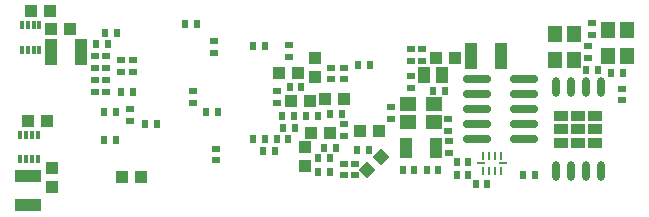
<source format=gbp>
G04*
G04 #@! TF.GenerationSoftware,Altium Limited,Altium Designer,20.2.6 (244)*
G04*
G04 Layer_Color=128*
%FSLAX25Y25*%
%MOIN*%
G70*
G04*
G04 #@! TF.SameCoordinates,16F8584A-9F4C-4420-89FF-FEA793B533B6*
G04*
G04*
G04 #@! TF.FilePolarity,Positive*
G04*
G01*
G75*
%ADD23R,0.02756X0.02362*%
%ADD64R,0.02362X0.02756*%
%ADD65P,0.05568X4X360.0*%
%ADD66R,0.03937X0.03937*%
%ADD67R,0.04331X0.08661*%
%ADD68R,0.04724X0.05512*%
%ADD69R,0.08661X0.04331*%
%ADD70R,0.03937X0.03937*%
%ADD71R,0.01181X0.03150*%
%ADD72O,0.00984X0.03150*%
%ADD73O,0.03150X0.00984*%
%ADD74O,0.09449X0.02992*%
%ADD75O,0.02362X0.06693*%
%ADD77R,0.05512X0.04724*%
%ADD78R,0.04331X0.05512*%
%ADD79R,0.03937X0.07087*%
%ADD86R,0.04842X0.03661*%
D23*
X530600Y298868D02*
D03*
Y294932D02*
D03*
X608400Y334032D02*
D03*
Y337968D02*
D03*
X562100Y306269D02*
D03*
Y302331D02*
D03*
X609700Y341632D02*
D03*
Y345568D02*
D03*
X452769Y329337D02*
D03*
Y333274D02*
D03*
X553000Y333132D02*
D03*
Y337069D02*
D03*
X549200Y333132D02*
D03*
Y337069D02*
D03*
X443926Y330894D02*
D03*
Y334832D02*
D03*
X484301Y303877D02*
D03*
Y299940D02*
D03*
X476800Y323068D02*
D03*
Y319131D02*
D03*
X483700Y339769D02*
D03*
Y335831D02*
D03*
X443926Y322795D02*
D03*
Y326731D02*
D03*
X527100Y326932D02*
D03*
Y330869D02*
D03*
X522600Y326932D02*
D03*
Y330869D02*
D03*
X527000Y298868D02*
D03*
Y294932D02*
D03*
X447726Y334832D02*
D03*
Y330894D02*
D03*
X456602Y329337D02*
D03*
Y333274D02*
D03*
X455800Y313131D02*
D03*
Y317069D02*
D03*
X447726Y326731D02*
D03*
Y322795D02*
D03*
X504700Y322969D02*
D03*
Y319032D02*
D03*
X619700Y323868D02*
D03*
Y319932D02*
D03*
X527000Y308231D02*
D03*
Y312169D02*
D03*
X549200Y327969D02*
D03*
Y324031D02*
D03*
X542800Y313732D02*
D03*
Y317669D02*
D03*
X508700Y334331D02*
D03*
Y338268D02*
D03*
X561600Y313668D02*
D03*
Y309732D02*
D03*
D64*
X500568Y307000D02*
D03*
X496631D02*
D03*
X504531D02*
D03*
X508468D02*
D03*
X616032Y329100D02*
D03*
X619969D02*
D03*
X474131Y345500D02*
D03*
X478068D02*
D03*
X560569Y323100D02*
D03*
X556632D02*
D03*
X506331Y314800D02*
D03*
X510268D02*
D03*
X452670Y322770D02*
D03*
X456607D02*
D03*
X568469Y295200D02*
D03*
X564532D02*
D03*
X568469Y299300D02*
D03*
X564532D02*
D03*
X481067Y316220D02*
D03*
X485004D02*
D03*
X574768Y292000D02*
D03*
X570831D02*
D03*
X611568Y330200D02*
D03*
X607631D02*
D03*
X464628Y312062D02*
D03*
X460691D02*
D03*
X450869Y306700D02*
D03*
X446932D02*
D03*
X450869Y316200D02*
D03*
X446932D02*
D03*
X451268Y342400D02*
D03*
X447331D02*
D03*
X586731Y294900D02*
D03*
X590668D02*
D03*
X522168Y296100D02*
D03*
X518231D02*
D03*
X518268Y314700D02*
D03*
X514331D02*
D03*
X512769Y324400D02*
D03*
X508832D02*
D03*
X522231Y315500D02*
D03*
X526168D02*
D03*
X500646Y338172D02*
D03*
X496709D02*
D03*
X531632Y331800D02*
D03*
X535569D02*
D03*
X444431Y338600D02*
D03*
X448369D02*
D03*
X531431Y303400D02*
D03*
X535368D02*
D03*
X506632Y310600D02*
D03*
X510569D02*
D03*
X524168Y304200D02*
D03*
X520231D02*
D03*
X522168Y300800D02*
D03*
X518231D02*
D03*
X499931Y303200D02*
D03*
X503868D02*
D03*
X558468Y296800D02*
D03*
X554531D02*
D03*
X546531Y296800D02*
D03*
X550468D02*
D03*
D65*
X539227Y301227D02*
D03*
X534773Y296773D02*
D03*
D66*
X564050Y334100D02*
D03*
X557750D02*
D03*
X421650Y313100D02*
D03*
X427950D02*
D03*
X532450Y309800D02*
D03*
X538750Y309800D02*
D03*
X459350Y294500D02*
D03*
X453050D02*
D03*
X505250Y329000D02*
D03*
X511550D02*
D03*
X422650Y349800D02*
D03*
X428950D02*
D03*
X515750Y319600D02*
D03*
X509450D02*
D03*
X520550Y320400D02*
D03*
X526850D02*
D03*
X435550Y343800D02*
D03*
X429250D02*
D03*
X522350Y308900D02*
D03*
X516050D02*
D03*
D67*
X579341Y334800D02*
D03*
X569459D02*
D03*
X429359Y335900D02*
D03*
X439241D02*
D03*
D68*
X614887Y334765D02*
D03*
X621186D02*
D03*
X614887Y343426D02*
D03*
X621186D02*
D03*
X597387Y333265D02*
D03*
X603686D02*
D03*
X597387Y341926D02*
D03*
X603686D02*
D03*
D69*
X421800Y294841D02*
D03*
Y284959D02*
D03*
D70*
X429500Y290950D02*
D03*
Y297250D02*
D03*
X517400Y327650D02*
D03*
Y333950D02*
D03*
X514000Y297950D02*
D03*
Y304250D02*
D03*
D71*
X424853Y300286D02*
D03*
X422884D02*
D03*
X420916D02*
D03*
X418947D02*
D03*
X424853Y308514D02*
D03*
X422884D02*
D03*
X420916D02*
D03*
X418947D02*
D03*
X425453Y336686D02*
D03*
X423484D02*
D03*
X421516D02*
D03*
X419547D02*
D03*
X425453Y344914D02*
D03*
X423484D02*
D03*
X421516D02*
D03*
X419547D02*
D03*
D72*
X573247Y301557D02*
D03*
X575216D02*
D03*
X577184D02*
D03*
X579153D02*
D03*
Y296242D02*
D03*
X577184D02*
D03*
X575216D02*
D03*
X573247D02*
D03*
D73*
X579842Y298900D02*
D03*
X572558D02*
D03*
D74*
X571413Y327100D02*
D03*
X586987D02*
D03*
X571413Y322100D02*
D03*
X586987D02*
D03*
X571413Y317100D02*
D03*
X586987D02*
D03*
Y312100D02*
D03*
Y307100D02*
D03*
X571413Y312100D02*
D03*
Y307100D02*
D03*
D75*
X612600Y296324D02*
D03*
X607600D02*
D03*
X602600D02*
D03*
X597600D02*
D03*
X612600Y324276D02*
D03*
X607600D02*
D03*
X602600D02*
D03*
X597600D02*
D03*
D77*
X556835Y312587D02*
D03*
Y318886D02*
D03*
X548174Y312587D02*
D03*
Y318886D02*
D03*
D78*
X559653Y328300D02*
D03*
X553747D02*
D03*
D79*
X557621Y304000D02*
D03*
X547779D02*
D03*
D86*
X599470Y314747D02*
D03*
X605100D02*
D03*
X610730D02*
D03*
X599470Y310298D02*
D03*
X605100D02*
D03*
X610730D02*
D03*
X599470Y305849D02*
D03*
X605100D02*
D03*
X610730D02*
D03*
M02*

</source>
